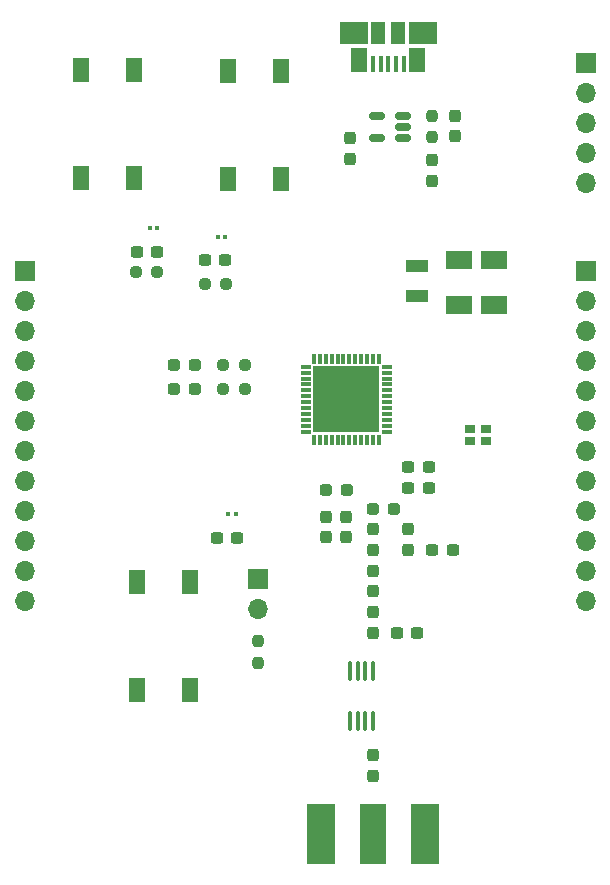
<source format=gbr>
%TF.GenerationSoftware,KiCad,Pcbnew,(6.0.4)*%
%TF.CreationDate,2022-04-28T19:14:27+02:00*%
%TF.ProjectId,MSK_RF,4d534b5f-5246-42e6-9b69-6361645f7063,rev?*%
%TF.SameCoordinates,Original*%
%TF.FileFunction,Soldermask,Top*%
%TF.FilePolarity,Negative*%
%FSLAX46Y46*%
G04 Gerber Fmt 4.6, Leading zero omitted, Abs format (unit mm)*
G04 Created by KiCad (PCBNEW (6.0.4)) date 2022-04-28 19:14:27*
%MOMM*%
%LPD*%
G01*
G04 APERTURE LIST*
G04 Aperture macros list*
%AMRoundRect*
0 Rectangle with rounded corners*
0 $1 Rounding radius*
0 $2 $3 $4 $5 $6 $7 $8 $9 X,Y pos of 4 corners*
0 Add a 4 corners polygon primitive as box body*
4,1,4,$2,$3,$4,$5,$6,$7,$8,$9,$2,$3,0*
0 Add four circle primitives for the rounded corners*
1,1,$1+$1,$2,$3*
1,1,$1+$1,$4,$5*
1,1,$1+$1,$6,$7*
1,1,$1+$1,$8,$9*
0 Add four rect primitives between the rounded corners*
20,1,$1+$1,$2,$3,$4,$5,0*
20,1,$1+$1,$4,$5,$6,$7,0*
20,1,$1+$1,$6,$7,$8,$9,0*
20,1,$1+$1,$8,$9,$2,$3,0*%
G04 Aperture macros list end*
%ADD10R,0.425000X0.300000*%
%ADD11RoundRect,0.237500X0.237500X-0.300000X0.237500X0.300000X-0.237500X0.300000X-0.237500X-0.300000X0*%
%ADD12R,1.400000X2.100000*%
%ADD13RoundRect,0.237500X-0.237500X0.250000X-0.237500X-0.250000X0.237500X-0.250000X0.237500X0.250000X0*%
%ADD14RoundRect,0.237500X-0.250000X-0.237500X0.250000X-0.237500X0.250000X0.237500X-0.250000X0.237500X0*%
%ADD15RoundRect,0.237500X-0.287500X-0.237500X0.287500X-0.237500X0.287500X0.237500X-0.287500X0.237500X0*%
%ADD16RoundRect,0.237500X-0.237500X0.287500X-0.237500X-0.287500X0.237500X-0.287500X0.237500X0.287500X0*%
%ADD17R,2.200000X1.600000*%
%ADD18RoundRect,0.237500X0.250000X0.237500X-0.250000X0.237500X-0.250000X-0.237500X0.250000X-0.237500X0*%
%ADD19RoundRect,0.237500X0.237500X-0.250000X0.237500X0.250000X-0.237500X0.250000X-0.237500X-0.250000X0*%
%ADD20RoundRect,0.237500X0.300000X0.237500X-0.300000X0.237500X-0.300000X-0.237500X0.300000X-0.237500X0*%
%ADD21RoundRect,0.150000X0.512500X0.150000X-0.512500X0.150000X-0.512500X-0.150000X0.512500X-0.150000X0*%
%ADD22R,2.290000X5.080000*%
%ADD23R,2.420000X5.080000*%
%ADD24R,0.850000X0.300000*%
%ADD25R,0.300000X0.850000*%
%ADD26R,5.700000X5.700000*%
%ADD27R,1.700000X1.700000*%
%ADD28O,1.700000X1.700000*%
%ADD29RoundRect,0.237500X-0.237500X0.300000X-0.237500X-0.300000X0.237500X-0.300000X0.237500X0.300000X0*%
%ADD30RoundRect,0.237500X0.237500X-0.287500X0.237500X0.287500X-0.237500X0.287500X-0.237500X-0.287500X0*%
%ADD31RoundRect,0.237500X0.287500X0.237500X-0.287500X0.237500X-0.287500X-0.237500X0.287500X-0.237500X0*%
%ADD32R,1.900000X1.100000*%
%ADD33R,0.450000X1.380000*%
%ADD34R,1.475000X2.100000*%
%ADD35R,1.175000X1.900000*%
%ADD36R,2.375000X1.900000*%
%ADD37RoundRect,0.100000X0.100000X-0.712500X0.100000X0.712500X-0.100000X0.712500X-0.100000X-0.712500X0*%
%ADD38RoundRect,0.237500X-0.300000X-0.237500X0.300000X-0.237500X0.300000X0.237500X-0.300000X0.237500X0*%
%ADD39R,0.850000X0.750000*%
G04 APERTURE END LIST*
D10*
%TO.C,D3*%
X50969000Y-91500000D03*
X50344000Y-91500000D03*
%TD*%
D11*
%TO.C,C29*%
X76225000Y-83725000D03*
X76225000Y-82000000D03*
%TD*%
D12*
%TO.C,S2*%
X49000000Y-78150000D03*
X49000000Y-87250000D03*
X44500000Y-78150000D03*
X44500000Y-87250000D03*
%TD*%
D13*
%TO.C,R10*%
X74225000Y-82000000D03*
X74225000Y-83825000D03*
%TD*%
D14*
%TO.C,R4*%
X49175000Y-95250000D03*
X51000000Y-95250000D03*
%TD*%
D10*
%TO.C,D2*%
X56719000Y-92250000D03*
X56094000Y-92250000D03*
%TD*%
D15*
%TO.C,D1*%
X52400000Y-105100000D03*
X54150000Y-105100000D03*
%TD*%
D11*
%TO.C,C16*%
X69250000Y-122250000D03*
X69250000Y-120525000D03*
%TD*%
D16*
%TO.C,L5*%
X69250000Y-117000000D03*
X69250000Y-118750000D03*
%TD*%
D17*
%TO.C,C2*%
X76500000Y-98000000D03*
X79500000Y-98000000D03*
%TD*%
D18*
%TO.C,R1*%
X58400000Y-105100000D03*
X56575000Y-105100000D03*
%TD*%
D12*
%TO.C,S3*%
X49250000Y-130600000D03*
X49250000Y-121500000D03*
X53750000Y-130600000D03*
X53750000Y-121500000D03*
%TD*%
D19*
%TO.C,R8*%
X59500000Y-128325000D03*
X59500000Y-126500000D03*
%TD*%
D18*
%TO.C,R9*%
X58400000Y-103100000D03*
X56575000Y-103100000D03*
%TD*%
D11*
%TO.C,C24*%
X69250000Y-137862500D03*
X69250000Y-136137500D03*
%TD*%
D20*
%TO.C,C25*%
X51000000Y-93500000D03*
X49275000Y-93500000D03*
%TD*%
D21*
%TO.C,U3*%
X71825000Y-83900000D03*
X71825000Y-82950000D03*
X71825000Y-82000000D03*
X69550000Y-82000000D03*
X69550000Y-83900000D03*
%TD*%
D22*
%TO.C,J4*%
X69250000Y-142802260D03*
D23*
X64870000Y-142802260D03*
X73630000Y-142802260D03*
%TD*%
D24*
%TO.C,U1*%
X63550000Y-103250000D03*
X63550000Y-103750000D03*
X63550000Y-104250000D03*
X63550000Y-104750000D03*
X63550000Y-105250000D03*
X63550000Y-105750000D03*
X63550000Y-106250000D03*
X63550000Y-106750000D03*
X63550000Y-107250000D03*
X63550000Y-107750000D03*
X63550000Y-108250000D03*
X63550000Y-108750000D03*
D25*
X64250000Y-109450000D03*
X64750000Y-109450000D03*
X65250000Y-109450000D03*
X65750000Y-109450000D03*
X66250000Y-109450000D03*
X66750000Y-109450000D03*
X67250000Y-109450000D03*
X67750000Y-109450000D03*
X68250000Y-109450000D03*
X68750000Y-109450000D03*
X69250000Y-109450000D03*
X69750000Y-109450000D03*
D24*
X70450000Y-108750000D03*
X70450000Y-108250000D03*
X70450000Y-107750000D03*
X70450000Y-107250000D03*
X70450000Y-106750000D03*
X70450000Y-106250000D03*
X70450000Y-105750000D03*
X70450000Y-105250000D03*
X70450000Y-104750000D03*
X70450000Y-104250000D03*
X70450000Y-103750000D03*
X70450000Y-103250000D03*
D25*
X69750000Y-102550000D03*
X69250000Y-102550000D03*
X68750000Y-102550000D03*
X68250000Y-102550000D03*
X67750000Y-102550000D03*
X67250000Y-102550000D03*
X66750000Y-102550000D03*
X66250000Y-102550000D03*
X65750000Y-102550000D03*
X65250000Y-102550000D03*
X64750000Y-102550000D03*
X64250000Y-102550000D03*
D26*
X67000000Y-106000000D03*
%TD*%
D27*
%TO.C,JP1*%
X59500000Y-121250000D03*
D28*
X59500000Y-123790000D03*
%TD*%
D14*
%TO.C,R3*%
X55000000Y-96250000D03*
X56825000Y-96250000D03*
%TD*%
D20*
%TO.C,C26*%
X72975000Y-125750000D03*
X71250000Y-125750000D03*
%TD*%
D15*
%TO.C,D6*%
X52400000Y-103100000D03*
X54150000Y-103100000D03*
%TD*%
D29*
%TO.C,C11*%
X65300000Y-115962500D03*
X65300000Y-117687500D03*
%TD*%
D30*
%TO.C,D7*%
X74250000Y-87500000D03*
X74250000Y-85750000D03*
%TD*%
D31*
%TO.C,L2*%
X67050000Y-113712500D03*
X65300000Y-113712500D03*
%TD*%
D27*
%TO.C,J2*%
X87250000Y-95180000D03*
D28*
X87250000Y-97720000D03*
X87250000Y-100260000D03*
X87250000Y-102800000D03*
X87250000Y-105340000D03*
X87250000Y-107880000D03*
X87250000Y-110420000D03*
X87250000Y-112960000D03*
X87250000Y-115500000D03*
X87250000Y-118040000D03*
X87250000Y-120580000D03*
X87250000Y-123120000D03*
%TD*%
D12*
%TO.C,S1*%
X57000000Y-87350000D03*
X57000000Y-78250000D03*
X61500000Y-87350000D03*
X61500000Y-78250000D03*
%TD*%
D17*
%TO.C,C1*%
X76500000Y-94250000D03*
X79500000Y-94250000D03*
%TD*%
D32*
%TO.C,Y1*%
X73000000Y-97250000D03*
X73000000Y-94750000D03*
%TD*%
D11*
%TO.C,C14*%
X72250000Y-118725000D03*
X72250000Y-117000000D03*
%TD*%
D33*
%TO.C,J5*%
X71847500Y-77610000D03*
X71197500Y-77610000D03*
X70547500Y-77610000D03*
X69897500Y-77610000D03*
X69247500Y-77610000D03*
D34*
X68095000Y-77250000D03*
X73000000Y-77250000D03*
D35*
X71385000Y-74950000D03*
X69710000Y-74950000D03*
D36*
X73460000Y-74950000D03*
X67635000Y-74950000D03*
%TD*%
D20*
%TO.C,C12*%
X73975000Y-113500000D03*
X72250000Y-113500000D03*
%TD*%
%TO.C,C10*%
X73975000Y-111750000D03*
X72250000Y-111750000D03*
%TD*%
D37*
%TO.C,U2*%
X67300000Y-133225000D03*
X67950000Y-133225000D03*
X68600000Y-133225000D03*
X69250000Y-133225000D03*
X69250000Y-129000000D03*
X68600000Y-129000000D03*
X67950000Y-129000000D03*
X67300000Y-129000000D03*
%TD*%
D20*
%TO.C,C13*%
X56750000Y-94250000D03*
X55025000Y-94250000D03*
%TD*%
D38*
%TO.C,C27*%
X56000000Y-117750000D03*
X57725000Y-117750000D03*
%TD*%
D31*
%TO.C,L4*%
X71000000Y-115250000D03*
X69250000Y-115250000D03*
%TD*%
D10*
%TO.C,D4*%
X57625000Y-115750000D03*
X57000000Y-115750000D03*
%TD*%
D20*
%TO.C,C15*%
X76000000Y-118750000D03*
X74275000Y-118750000D03*
%TD*%
D29*
%TO.C,C9*%
X67000000Y-115975000D03*
X67000000Y-117700000D03*
%TD*%
D11*
%TO.C,C30*%
X67325000Y-85625000D03*
X67325000Y-83900000D03*
%TD*%
D16*
%TO.C,L6*%
X69250000Y-124000000D03*
X69250000Y-125750000D03*
%TD*%
D39*
%TO.C,Y2*%
X78850000Y-108500000D03*
X77500000Y-108500000D03*
X77500000Y-109550000D03*
X78850000Y-109550000D03*
%TD*%
D27*
%TO.C,J1*%
X87250000Y-77500000D03*
D28*
X87250000Y-80040000D03*
X87250000Y-82580000D03*
X87250000Y-85120000D03*
X87250000Y-87660000D03*
%TD*%
D27*
%TO.C,J3*%
X39750000Y-95180000D03*
D28*
X39750000Y-97720000D03*
X39750000Y-100260000D03*
X39750000Y-102800000D03*
X39750000Y-105340000D03*
X39750000Y-107880000D03*
X39750000Y-110420000D03*
X39750000Y-112960000D03*
X39750000Y-115500000D03*
X39750000Y-118040000D03*
X39750000Y-120580000D03*
X39750000Y-123120000D03*
%TD*%
M02*

</source>
